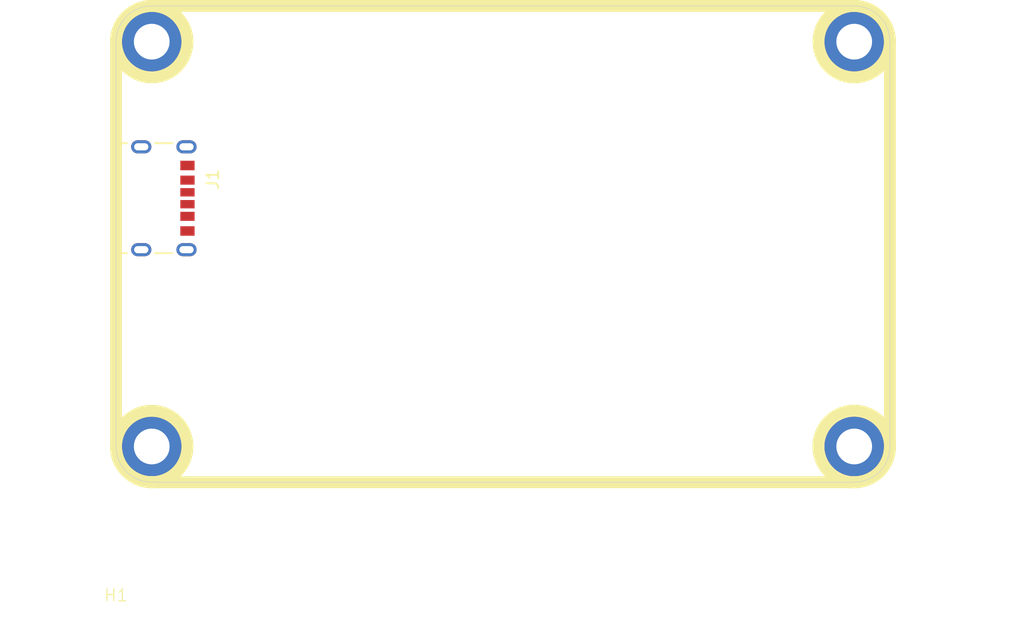
<source format=kicad_pcb>
(kicad_pcb (version 20240108) (generator "pcbnew") (generator_version "8.0")
  (layers (0 "F.Cu" signal) (31 "B.Cu" signal) (34 "B.Paste" user) (35 "F.Paste" user) (36 "B.SilkS" user "B.Silkscreen") (37 "F.SilkS" user "F.Silkscreen") (38 "B.Mask" user) (39 "F.Mask" user) (44 "Edge.Cuts" user))
  (net 0 "")
  (footprint "Alexander Footprint Library:Board_65-40" (layer "F.Cu") (at 76.5 98.2)
    (property "Reference" "H1" (at 0 -0.5 0) (layer "F.SilkS") (effects (font (thickness 0.1))))
    (property "Value" "Project_Box_Board_65x40")
    (fp_line (start 0 -47) (end 0 -13) (stroke (width 1)) (layer "F.SilkS"))
    (fp_line (start 3 -50) (end 62 -50) (stroke (width 1)) (layer "F.SilkS"))
    (fp_line (start 3 -10) (end 62 -10) (stroke (width 1)) (layer "F.SilkS"))
    (fp_line (start 65 -47) (end 65 -13) (stroke (width 1)) (layer "F.SilkS"))
    (fp_arc (start 0 -47) (mid 0.87868 -49.12132) (end 3 -50) (stroke (width 1)) (layer "F.SilkS"))
    (fp_arc (start 3 -10) (mid 0.87868 -10.87868) (end 0 -13) (stroke (width 1)) (layer "F.SilkS"))
    (fp_arc (start 62 -50) (mid 64.12132 -49.12132) (end 65 -47) (stroke (width 1)) (layer "F.SilkS"))
    (fp_arc (start 65 -13) (mid 64.12132 -10.87868) (end 62 -10) (stroke (width 1)) (layer "F.SilkS"))
    (fp_circle (center 2.999999 -13) (end 6 -13) (stroke (width 1)) (fill none) (layer "F.SilkS"))
    (fp_circle (center 3 -47) (end 6 -47) (stroke (width 1)) (fill none) (layer "F.SilkS"))
    (fp_circle (center 62 -47) (end 62 -50) (stroke (width 0.1)) (fill none) (layer "F.SilkS"))
    (fp_circle (center 62 -47) (end 65 -47) (stroke (width 1)) (fill none) (layer "F.SilkS"))
    (fp_circle (center 62 -13) (end 62.25 -16) (stroke (width 0.1)) (fill none) (layer "F.SilkS"))
    (fp_circle (center 62 -13) (end 65.010398 -13) (stroke (width 1)) (fill none) (layer "F.SilkS"))
    (fp_line (start 0 -13) (end 0 -47) (stroke (width 0.05)) (layer "Edge.Cuts"))
    (fp_line (start 3 -50) (end 62 -50) (stroke (width 0.05)) (layer "Edge.Cuts"))
    (fp_line (start 62 -10) (end 3 -10) (stroke (width 0.05)) (layer "Edge.Cuts"))
    (fp_line (start 65 -47) (end 65 -13) (stroke (width 0.05)) (layer "Edge.Cuts"))
    (fp_arc (start 0 -47) (mid 0.87868 -49.12132) (end 3 -50) (stroke (width 0.05)) (layer "Edge.Cuts"))
    (fp_arc (start 3 -10) (mid 0.87868 -10.87868) (end 0 -13) (stroke (width 0.05)) (layer "Edge.Cuts"))
    (fp_arc (start 62 -50) (mid 64.12132 -49.12132) (end 65 -47) (stroke (width 0.05)) (layer "Edge.Cuts"))
    (fp_arc (start 65 -13) (mid 64.12132 -10.87868) (end 62 -10) (stroke (width 0.05)) (layer "Edge.Cuts"))
    (fp_circle (center 3 -47) (end 4 -48) (stroke (width 0.05)) (fill none) (layer "Edge.Cuts"))
    (fp_circle (center 3 -13) (end 4 -14) (stroke (width 0.05)) (fill none) (layer "Edge.Cuts"))
    (fp_circle (center 62 -47) (end 63 -48) (stroke (width 0.05)) (fill none) (layer "Edge.Cuts"))
    (fp_circle (center 62 -13) (end 63 -14) (stroke (width 0.05)) (fill none) (layer "Edge.Cuts"))
    (pad "1" thru_hole circle (at 3 -47) (size 5 5) (drill 3) (layers "*.Cu" "*.Mask"))
    (pad "2" thru_hole circle (at 3 -13) (size 5 5) (drill 3) (layers "*.Cu" "*.Mask"))
    (pad "3" thru_hole circle (at 62 -13) (size 5 5) (drill 3) (layers "*.Cu" "*.Mask"))
    (pad "4" thru_hole circle (at 62 -47) (size 5 5) (drill 3) (layers "*.Cu" "*.Mask"))
  )
  (footprint "Alexander Footprint Library:USB-C MOLEX 2171750001" (layer "F.Cu") (at 76.02 64.35 -90)
    (property "Reference" "J1" (at -1.5875 -8.605 90) (layer "F.SilkS"))
    (property "Value" "USB-C")
    (fp_line (start -4.62 -0.15) (end -4.62 -1.4) (stroke (width 0.15)) (layer "F.SilkS"))
    (fp_line (start 4.62 -0.15) (end 4.62 -1.4) (stroke (width 0.15)) (layer "F.SilkS"))
    (fp_line (start -4.62 -3.75) (end -4.62 -5.2) (stroke (width 0.15)) (layer "F.SilkS"))
    (fp_line (start 4.62 -3.75) (end 4.62 -5.2) (stroke (width 0.15)) (layer "F.SilkS"))
    (pad "A5" smd rect (at -0.5 -6.48 270) (size 0.7 1.2) (layers "F.Cu" "F.Paste"))
    (pad "A9" smd rect (at 1.52 -6.48 270) (size 0.76 1.2) (layers "F.Cu" "F.Paste"))
    (pad "A12" smd rect (at 2.75 -6.48 270) (size 0.8 1.2) (layers "F.Cu" "F.Paste"))
    (pad "B5" smd rect (at 0.5 -6.48 270) (size 0.7 1.2) (layers "F.Cu" "F.Paste"))
    (pad "B9" smd rect (at -1.52 -6.48 270) (size 0.76 1.2) (layers "F.Cu" "F.Paste"))
    (pad "B12" smd rect (at -2.75 -6.48 270) (size 0.8 1.2) (layers "F.Cu" "F.Paste"))
    (pad "SH1" thru_hole oval (at -4.32 -2.6 270) (size 1.1 1.7) (drill oval 0.6 1.2) (layers "*.Cu" "*.Mask"))
    (pad "SH2" thru_hole oval (at 4.32 -2.6 270) (size 1.1 1.7) (drill oval 0.6 1.2) (layers "*.Cu" "*.Mask"))
    (pad "SH3" thru_hole oval (at -4.32 -6.4 270) (size 1.1 1.7) (drill oval 0.6 1.2) (layers "*.Cu" "*.Mask"))
    (pad "SH4" thru_hole oval (at 4.32 -6.4 270) (size 1.1 1.7) (drill oval 0.6 1.2) (layers "*.Cu" "*.Mask"))
  )
)
</source>
